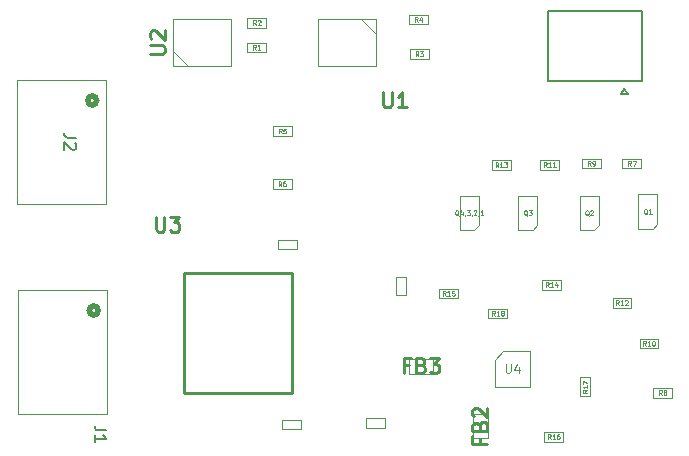
<source format=gbr>
%TF.GenerationSoftware,KiCad,Pcbnew,7.0.10*%
%TF.CreationDate,2024-04-30T20:07:41-04:00*%
%TF.ProjectId,FutekCircuit,46757465-6b43-4697-9263-7569742e6b69,rev?*%
%TF.SameCoordinates,Original*%
%TF.FileFunction,AssemblyDrawing,Top*%
%FSLAX46Y46*%
G04 Gerber Fmt 4.6, Leading zero omitted, Abs format (unit mm)*
G04 Created by KiCad (PCBNEW 7.0.10) date 2024-04-30 20:07:41*
%MOMM*%
%LPD*%
G01*
G04 APERTURE LIST*
%ADD10C,0.060000*%
%ADD11C,0.110000*%
%ADD12C,0.254000*%
%ADD13C,0.150000*%
%ADD14C,0.100000*%
%ADD15C,0.025400*%
%ADD16C,0.508000*%
%ADD17C,0.127000*%
G04 APERTURE END LIST*
D10*
X211611333Y-89335927D02*
X211478000Y-89145451D01*
X211382762Y-89335927D02*
X211382762Y-88935927D01*
X211382762Y-88935927D02*
X211535143Y-88935927D01*
X211535143Y-88935927D02*
X211573238Y-88954975D01*
X211573238Y-88954975D02*
X211592285Y-88974022D01*
X211592285Y-88974022D02*
X211611333Y-89012118D01*
X211611333Y-89012118D02*
X211611333Y-89069260D01*
X211611333Y-89069260D02*
X211592285Y-89107356D01*
X211592285Y-89107356D02*
X211573238Y-89126403D01*
X211573238Y-89126403D02*
X211535143Y-89145451D01*
X211535143Y-89145451D02*
X211382762Y-89145451D01*
X211801809Y-89335927D02*
X211878000Y-89335927D01*
X211878000Y-89335927D02*
X211916095Y-89316880D01*
X211916095Y-89316880D02*
X211935143Y-89297832D01*
X211935143Y-89297832D02*
X211973238Y-89240689D01*
X211973238Y-89240689D02*
X211992285Y-89164499D01*
X211992285Y-89164499D02*
X211992285Y-89012118D01*
X211992285Y-89012118D02*
X211973238Y-88974022D01*
X211973238Y-88974022D02*
X211954190Y-88954975D01*
X211954190Y-88954975D02*
X211916095Y-88935927D01*
X211916095Y-88935927D02*
X211839904Y-88935927D01*
X211839904Y-88935927D02*
X211801809Y-88954975D01*
X211801809Y-88954975D02*
X211782762Y-88974022D01*
X211782762Y-88974022D02*
X211763714Y-89012118D01*
X211763714Y-89012118D02*
X211763714Y-89107356D01*
X211763714Y-89107356D02*
X211782762Y-89145451D01*
X211782762Y-89145451D02*
X211801809Y-89164499D01*
X211801809Y-89164499D02*
X211839904Y-89183546D01*
X211839904Y-89183546D02*
X211916095Y-89183546D01*
X211916095Y-89183546D02*
X211954190Y-89164499D01*
X211954190Y-89164499D02*
X211973238Y-89145451D01*
X211973238Y-89145451D02*
X211992285Y-89107356D01*
X197037333Y-80064927D02*
X196904000Y-79874451D01*
X196808762Y-80064927D02*
X196808762Y-79664927D01*
X196808762Y-79664927D02*
X196961143Y-79664927D01*
X196961143Y-79664927D02*
X196999238Y-79683975D01*
X196999238Y-79683975D02*
X197018285Y-79703022D01*
X197018285Y-79703022D02*
X197037333Y-79741118D01*
X197037333Y-79741118D02*
X197037333Y-79798260D01*
X197037333Y-79798260D02*
X197018285Y-79836356D01*
X197018285Y-79836356D02*
X196999238Y-79855403D01*
X196999238Y-79855403D02*
X196961143Y-79874451D01*
X196961143Y-79874451D02*
X196808762Y-79874451D01*
X197170666Y-79664927D02*
X197418285Y-79664927D01*
X197418285Y-79664927D02*
X197284952Y-79817308D01*
X197284952Y-79817308D02*
X197342095Y-79817308D01*
X197342095Y-79817308D02*
X197380190Y-79836356D01*
X197380190Y-79836356D02*
X197399238Y-79855403D01*
X197399238Y-79855403D02*
X197418285Y-79893499D01*
X197418285Y-79893499D02*
X197418285Y-79988737D01*
X197418285Y-79988737D02*
X197399238Y-80026832D01*
X197399238Y-80026832D02*
X197380190Y-80045880D01*
X197380190Y-80045880D02*
X197342095Y-80064927D01*
X197342095Y-80064927D02*
X197227809Y-80064927D01*
X197227809Y-80064927D02*
X197189714Y-80045880D01*
X197189714Y-80045880D02*
X197170666Y-80026832D01*
X183295933Y-77423327D02*
X183162600Y-77232851D01*
X183067362Y-77423327D02*
X183067362Y-77023327D01*
X183067362Y-77023327D02*
X183219743Y-77023327D01*
X183219743Y-77023327D02*
X183257838Y-77042375D01*
X183257838Y-77042375D02*
X183276885Y-77061422D01*
X183276885Y-77061422D02*
X183295933Y-77099518D01*
X183295933Y-77099518D02*
X183295933Y-77156660D01*
X183295933Y-77156660D02*
X183276885Y-77194756D01*
X183276885Y-77194756D02*
X183257838Y-77213803D01*
X183257838Y-77213803D02*
X183219743Y-77232851D01*
X183219743Y-77232851D02*
X183067362Y-77232851D01*
X183448314Y-77061422D02*
X183467362Y-77042375D01*
X183467362Y-77042375D02*
X183505457Y-77023327D01*
X183505457Y-77023327D02*
X183600695Y-77023327D01*
X183600695Y-77023327D02*
X183638790Y-77042375D01*
X183638790Y-77042375D02*
X183657838Y-77061422D01*
X183657838Y-77061422D02*
X183676885Y-77099518D01*
X183676885Y-77099518D02*
X183676885Y-77137613D01*
X183676885Y-77137613D02*
X183657838Y-77194756D01*
X183657838Y-77194756D02*
X183429266Y-77423327D01*
X183429266Y-77423327D02*
X183676885Y-77423327D01*
D11*
X204415571Y-106128244D02*
X204415571Y-106735387D01*
X204415571Y-106735387D02*
X204451285Y-106806815D01*
X204451285Y-106806815D02*
X204487000Y-106842530D01*
X204487000Y-106842530D02*
X204558428Y-106878244D01*
X204558428Y-106878244D02*
X204701285Y-106878244D01*
X204701285Y-106878244D02*
X204772714Y-106842530D01*
X204772714Y-106842530D02*
X204808428Y-106806815D01*
X204808428Y-106806815D02*
X204844142Y-106735387D01*
X204844142Y-106735387D02*
X204844142Y-106128244D01*
X205522714Y-106378244D02*
X205522714Y-106878244D01*
X205344142Y-106092530D02*
X205165571Y-106628244D01*
X205165571Y-106628244D02*
X205629856Y-106628244D01*
D10*
X185429533Y-91063127D02*
X185296200Y-90872651D01*
X185200962Y-91063127D02*
X185200962Y-90663127D01*
X185200962Y-90663127D02*
X185353343Y-90663127D01*
X185353343Y-90663127D02*
X185391438Y-90682175D01*
X185391438Y-90682175D02*
X185410485Y-90701222D01*
X185410485Y-90701222D02*
X185429533Y-90739318D01*
X185429533Y-90739318D02*
X185429533Y-90796460D01*
X185429533Y-90796460D02*
X185410485Y-90834556D01*
X185410485Y-90834556D02*
X185391438Y-90853603D01*
X185391438Y-90853603D02*
X185353343Y-90872651D01*
X185353343Y-90872651D02*
X185200962Y-90872651D01*
X185772390Y-90663127D02*
X185696200Y-90663127D01*
X185696200Y-90663127D02*
X185658104Y-90682175D01*
X185658104Y-90682175D02*
X185639057Y-90701222D01*
X185639057Y-90701222D02*
X185600962Y-90758365D01*
X185600962Y-90758365D02*
X185581914Y-90834556D01*
X185581914Y-90834556D02*
X185581914Y-90986937D01*
X185581914Y-90986937D02*
X185600962Y-91025032D01*
X185600962Y-91025032D02*
X185620009Y-91044080D01*
X185620009Y-91044080D02*
X185658104Y-91063127D01*
X185658104Y-91063127D02*
X185734295Y-91063127D01*
X185734295Y-91063127D02*
X185772390Y-91044080D01*
X185772390Y-91044080D02*
X185791438Y-91025032D01*
X185791438Y-91025032D02*
X185810485Y-90986937D01*
X185810485Y-90986937D02*
X185810485Y-90891699D01*
X185810485Y-90891699D02*
X185791438Y-90853603D01*
X185791438Y-90853603D02*
X185772390Y-90834556D01*
X185772390Y-90834556D02*
X185734295Y-90815508D01*
X185734295Y-90815508D02*
X185658104Y-90815508D01*
X185658104Y-90815508D02*
X185620009Y-90834556D01*
X185620009Y-90834556D02*
X185600962Y-90853603D01*
X185600962Y-90853603D02*
X185581914Y-90891699D01*
D12*
X174805380Y-93645318D02*
X174805380Y-94673413D01*
X174805380Y-94673413D02*
X174865857Y-94794365D01*
X174865857Y-94794365D02*
X174926333Y-94854842D01*
X174926333Y-94854842D02*
X175047285Y-94915318D01*
X175047285Y-94915318D02*
X175289190Y-94915318D01*
X175289190Y-94915318D02*
X175410142Y-94854842D01*
X175410142Y-94854842D02*
X175470619Y-94794365D01*
X175470619Y-94794365D02*
X175531095Y-94673413D01*
X175531095Y-94673413D02*
X175531095Y-93645318D01*
X176014904Y-93645318D02*
X176801095Y-93645318D01*
X176801095Y-93645318D02*
X176377761Y-94129127D01*
X176377761Y-94129127D02*
X176559190Y-94129127D01*
X176559190Y-94129127D02*
X176680142Y-94189603D01*
X176680142Y-94189603D02*
X176740618Y-94250080D01*
X176740618Y-94250080D02*
X176801095Y-94371032D01*
X176801095Y-94371032D02*
X176801095Y-94673413D01*
X176801095Y-94673413D02*
X176740618Y-94794365D01*
X176740618Y-94794365D02*
X176680142Y-94854842D01*
X176680142Y-94854842D02*
X176559190Y-94915318D01*
X176559190Y-94915318D02*
X176196333Y-94915318D01*
X176196333Y-94915318D02*
X176075380Y-94854842D01*
X176075380Y-94854842D02*
X176014904Y-94794365D01*
D10*
X183264933Y-79506127D02*
X183131600Y-79315651D01*
X183036362Y-79506127D02*
X183036362Y-79106127D01*
X183036362Y-79106127D02*
X183188743Y-79106127D01*
X183188743Y-79106127D02*
X183226838Y-79125175D01*
X183226838Y-79125175D02*
X183245885Y-79144222D01*
X183245885Y-79144222D02*
X183264933Y-79182318D01*
X183264933Y-79182318D02*
X183264933Y-79239460D01*
X183264933Y-79239460D02*
X183245885Y-79277556D01*
X183245885Y-79277556D02*
X183226838Y-79296603D01*
X183226838Y-79296603D02*
X183188743Y-79315651D01*
X183188743Y-79315651D02*
X183036362Y-79315651D01*
X183645885Y-79506127D02*
X183417314Y-79506127D01*
X183531600Y-79506127D02*
X183531600Y-79106127D01*
X183531600Y-79106127D02*
X183493504Y-79163270D01*
X183493504Y-79163270D02*
X183455409Y-79201365D01*
X183455409Y-79201365D02*
X183417314Y-79220413D01*
D13*
X170623580Y-111731466D02*
X169909295Y-111731466D01*
X169909295Y-111731466D02*
X169766438Y-111683847D01*
X169766438Y-111683847D02*
X169671200Y-111588609D01*
X169671200Y-111588609D02*
X169623580Y-111445752D01*
X169623580Y-111445752D02*
X169623580Y-111350514D01*
X169623580Y-112731466D02*
X169623580Y-112160038D01*
X169623580Y-112445752D02*
X170623580Y-112445752D01*
X170623580Y-112445752D02*
X170480723Y-112350514D01*
X170480723Y-112350514D02*
X170385485Y-112255276D01*
X170385485Y-112255276D02*
X170337866Y-112160038D01*
D12*
X174304318Y-79879619D02*
X175332413Y-79879619D01*
X175332413Y-79879619D02*
X175453365Y-79819142D01*
X175453365Y-79819142D02*
X175513842Y-79758666D01*
X175513842Y-79758666D02*
X175574318Y-79637714D01*
X175574318Y-79637714D02*
X175574318Y-79395809D01*
X175574318Y-79395809D02*
X175513842Y-79274857D01*
X175513842Y-79274857D02*
X175453365Y-79214380D01*
X175453365Y-79214380D02*
X175332413Y-79153904D01*
X175332413Y-79153904D02*
X174304318Y-79153904D01*
X174425270Y-78609619D02*
X174364794Y-78549143D01*
X174364794Y-78549143D02*
X174304318Y-78428190D01*
X174304318Y-78428190D02*
X174304318Y-78125809D01*
X174304318Y-78125809D02*
X174364794Y-78004857D01*
X174364794Y-78004857D02*
X174425270Y-77944381D01*
X174425270Y-77944381D02*
X174546222Y-77883904D01*
X174546222Y-77883904D02*
X174667175Y-77883904D01*
X174667175Y-77883904D02*
X174848603Y-77944381D01*
X174848603Y-77944381D02*
X175574318Y-78670095D01*
X175574318Y-78670095D02*
X175574318Y-77883904D01*
D10*
X215040333Y-89335927D02*
X214907000Y-89145451D01*
X214811762Y-89335927D02*
X214811762Y-88935927D01*
X214811762Y-88935927D02*
X214964143Y-88935927D01*
X214964143Y-88935927D02*
X215002238Y-88954975D01*
X215002238Y-88954975D02*
X215021285Y-88974022D01*
X215021285Y-88974022D02*
X215040333Y-89012118D01*
X215040333Y-89012118D02*
X215040333Y-89069260D01*
X215040333Y-89069260D02*
X215021285Y-89107356D01*
X215021285Y-89107356D02*
X215002238Y-89126403D01*
X215002238Y-89126403D02*
X214964143Y-89145451D01*
X214964143Y-89145451D02*
X214811762Y-89145451D01*
X215173666Y-88935927D02*
X215440333Y-88935927D01*
X215440333Y-88935927D02*
X215268904Y-89335927D01*
X199336057Y-100334127D02*
X199202724Y-100143651D01*
X199107486Y-100334127D02*
X199107486Y-99934127D01*
X199107486Y-99934127D02*
X199259867Y-99934127D01*
X199259867Y-99934127D02*
X199297962Y-99953175D01*
X199297962Y-99953175D02*
X199317009Y-99972222D01*
X199317009Y-99972222D02*
X199336057Y-100010318D01*
X199336057Y-100010318D02*
X199336057Y-100067460D01*
X199336057Y-100067460D02*
X199317009Y-100105556D01*
X199317009Y-100105556D02*
X199297962Y-100124603D01*
X199297962Y-100124603D02*
X199259867Y-100143651D01*
X199259867Y-100143651D02*
X199107486Y-100143651D01*
X199717009Y-100334127D02*
X199488438Y-100334127D01*
X199602724Y-100334127D02*
X199602724Y-99934127D01*
X199602724Y-99934127D02*
X199564628Y-99991270D01*
X199564628Y-99991270D02*
X199526533Y-100029365D01*
X199526533Y-100029365D02*
X199488438Y-100048413D01*
X200078914Y-99934127D02*
X199888438Y-99934127D01*
X199888438Y-99934127D02*
X199869390Y-100124603D01*
X199869390Y-100124603D02*
X199888438Y-100105556D01*
X199888438Y-100105556D02*
X199926533Y-100086508D01*
X199926533Y-100086508D02*
X200021771Y-100086508D01*
X200021771Y-100086508D02*
X200059866Y-100105556D01*
X200059866Y-100105556D02*
X200078914Y-100124603D01*
X200078914Y-100124603D02*
X200097961Y-100162699D01*
X200097961Y-100162699D02*
X200097961Y-100257937D01*
X200097961Y-100257937D02*
X200078914Y-100296032D01*
X200078914Y-100296032D02*
X200059866Y-100315080D01*
X200059866Y-100315080D02*
X200021771Y-100334127D01*
X200021771Y-100334127D02*
X199926533Y-100334127D01*
X199926533Y-100334127D02*
X199888438Y-100315080D01*
X199888438Y-100315080D02*
X199869390Y-100296032D01*
D13*
X168058180Y-86986667D02*
X167343895Y-86986667D01*
X167343895Y-86986667D02*
X167201038Y-86939048D01*
X167201038Y-86939048D02*
X167105800Y-86843810D01*
X167105800Y-86843810D02*
X167058180Y-86700953D01*
X167058180Y-86700953D02*
X167058180Y-86605715D01*
X167962942Y-87415239D02*
X168010561Y-87462858D01*
X168010561Y-87462858D02*
X168058180Y-87558096D01*
X168058180Y-87558096D02*
X168058180Y-87796191D01*
X168058180Y-87796191D02*
X168010561Y-87891429D01*
X168010561Y-87891429D02*
X167962942Y-87939048D01*
X167962942Y-87939048D02*
X167867704Y-87986667D01*
X167867704Y-87986667D02*
X167772466Y-87986667D01*
X167772466Y-87986667D02*
X167629609Y-87939048D01*
X167629609Y-87939048D02*
X167058180Y-87367620D01*
X167058180Y-87367620D02*
X167058180Y-87986667D01*
D10*
X207883657Y-89437527D02*
X207750324Y-89247051D01*
X207655086Y-89437527D02*
X207655086Y-89037527D01*
X207655086Y-89037527D02*
X207807467Y-89037527D01*
X207807467Y-89037527D02*
X207845562Y-89056575D01*
X207845562Y-89056575D02*
X207864609Y-89075622D01*
X207864609Y-89075622D02*
X207883657Y-89113718D01*
X207883657Y-89113718D02*
X207883657Y-89170860D01*
X207883657Y-89170860D02*
X207864609Y-89208956D01*
X207864609Y-89208956D02*
X207845562Y-89228003D01*
X207845562Y-89228003D02*
X207807467Y-89247051D01*
X207807467Y-89247051D02*
X207655086Y-89247051D01*
X208264609Y-89437527D02*
X208036038Y-89437527D01*
X208150324Y-89437527D02*
X208150324Y-89037527D01*
X208150324Y-89037527D02*
X208112228Y-89094670D01*
X208112228Y-89094670D02*
X208074133Y-89132765D01*
X208074133Y-89132765D02*
X208036038Y-89151813D01*
X208645561Y-89437527D02*
X208416990Y-89437527D01*
X208531276Y-89437527D02*
X208531276Y-89037527D01*
X208531276Y-89037527D02*
X208493180Y-89094670D01*
X208493180Y-89094670D02*
X208455085Y-89132765D01*
X208455085Y-89132765D02*
X208416990Y-89151813D01*
X185454933Y-86592727D02*
X185321600Y-86402251D01*
X185226362Y-86592727D02*
X185226362Y-86192727D01*
X185226362Y-86192727D02*
X185378743Y-86192727D01*
X185378743Y-86192727D02*
X185416838Y-86211775D01*
X185416838Y-86211775D02*
X185435885Y-86230822D01*
X185435885Y-86230822D02*
X185454933Y-86268918D01*
X185454933Y-86268918D02*
X185454933Y-86326060D01*
X185454933Y-86326060D02*
X185435885Y-86364156D01*
X185435885Y-86364156D02*
X185416838Y-86383203D01*
X185416838Y-86383203D02*
X185378743Y-86402251D01*
X185378743Y-86402251D02*
X185226362Y-86402251D01*
X185816838Y-86192727D02*
X185626362Y-86192727D01*
X185626362Y-86192727D02*
X185607314Y-86383203D01*
X185607314Y-86383203D02*
X185626362Y-86364156D01*
X185626362Y-86364156D02*
X185664457Y-86345108D01*
X185664457Y-86345108D02*
X185759695Y-86345108D01*
X185759695Y-86345108D02*
X185797790Y-86364156D01*
X185797790Y-86364156D02*
X185816838Y-86383203D01*
X185816838Y-86383203D02*
X185835885Y-86421299D01*
X185835885Y-86421299D02*
X185835885Y-86516537D01*
X185835885Y-86516537D02*
X185816838Y-86554632D01*
X185816838Y-86554632D02*
X185797790Y-86573680D01*
X185797790Y-86573680D02*
X185759695Y-86592727D01*
X185759695Y-86592727D02*
X185664457Y-86592727D01*
X185664457Y-86592727D02*
X185626362Y-86573680D01*
X185626362Y-86573680D02*
X185607314Y-86554632D01*
X211332127Y-108320942D02*
X211141651Y-108454275D01*
X211332127Y-108549513D02*
X210932127Y-108549513D01*
X210932127Y-108549513D02*
X210932127Y-108397132D01*
X210932127Y-108397132D02*
X210951175Y-108359037D01*
X210951175Y-108359037D02*
X210970222Y-108339990D01*
X210970222Y-108339990D02*
X211008318Y-108320942D01*
X211008318Y-108320942D02*
X211065460Y-108320942D01*
X211065460Y-108320942D02*
X211103556Y-108339990D01*
X211103556Y-108339990D02*
X211122603Y-108359037D01*
X211122603Y-108359037D02*
X211141651Y-108397132D01*
X211141651Y-108397132D02*
X211141651Y-108549513D01*
X211332127Y-107939990D02*
X211332127Y-108168561D01*
X211332127Y-108054275D02*
X210932127Y-108054275D01*
X210932127Y-108054275D02*
X210989270Y-108092371D01*
X210989270Y-108092371D02*
X211027365Y-108130466D01*
X211027365Y-108130466D02*
X211046413Y-108168561D01*
X210932127Y-107806657D02*
X210932127Y-107539990D01*
X210932127Y-107539990D02*
X211332127Y-107711419D01*
X208060457Y-99597527D02*
X207927124Y-99407051D01*
X207831886Y-99597527D02*
X207831886Y-99197527D01*
X207831886Y-99197527D02*
X207984267Y-99197527D01*
X207984267Y-99197527D02*
X208022362Y-99216575D01*
X208022362Y-99216575D02*
X208041409Y-99235622D01*
X208041409Y-99235622D02*
X208060457Y-99273718D01*
X208060457Y-99273718D02*
X208060457Y-99330860D01*
X208060457Y-99330860D02*
X208041409Y-99368956D01*
X208041409Y-99368956D02*
X208022362Y-99388003D01*
X208022362Y-99388003D02*
X207984267Y-99407051D01*
X207984267Y-99407051D02*
X207831886Y-99407051D01*
X208441409Y-99597527D02*
X208212838Y-99597527D01*
X208327124Y-99597527D02*
X208327124Y-99197527D01*
X208327124Y-99197527D02*
X208289028Y-99254670D01*
X208289028Y-99254670D02*
X208250933Y-99292765D01*
X208250933Y-99292765D02*
X208212838Y-99311813D01*
X208784266Y-99330860D02*
X208784266Y-99597527D01*
X208689028Y-99178480D02*
X208593790Y-99464194D01*
X208593790Y-99464194D02*
X208841409Y-99464194D01*
X203501657Y-102035927D02*
X203368324Y-101845451D01*
X203273086Y-102035927D02*
X203273086Y-101635927D01*
X203273086Y-101635927D02*
X203425467Y-101635927D01*
X203425467Y-101635927D02*
X203463562Y-101654975D01*
X203463562Y-101654975D02*
X203482609Y-101674022D01*
X203482609Y-101674022D02*
X203501657Y-101712118D01*
X203501657Y-101712118D02*
X203501657Y-101769260D01*
X203501657Y-101769260D02*
X203482609Y-101807356D01*
X203482609Y-101807356D02*
X203463562Y-101826403D01*
X203463562Y-101826403D02*
X203425467Y-101845451D01*
X203425467Y-101845451D02*
X203273086Y-101845451D01*
X203882609Y-102035927D02*
X203654038Y-102035927D01*
X203768324Y-102035927D02*
X203768324Y-101635927D01*
X203768324Y-101635927D02*
X203730228Y-101693070D01*
X203730228Y-101693070D02*
X203692133Y-101731165D01*
X203692133Y-101731165D02*
X203654038Y-101750213D01*
X204111180Y-101807356D02*
X204073085Y-101788308D01*
X204073085Y-101788308D02*
X204054038Y-101769260D01*
X204054038Y-101769260D02*
X204034990Y-101731165D01*
X204034990Y-101731165D02*
X204034990Y-101712118D01*
X204034990Y-101712118D02*
X204054038Y-101674022D01*
X204054038Y-101674022D02*
X204073085Y-101654975D01*
X204073085Y-101654975D02*
X204111180Y-101635927D01*
X204111180Y-101635927D02*
X204187371Y-101635927D01*
X204187371Y-101635927D02*
X204225466Y-101654975D01*
X204225466Y-101654975D02*
X204244514Y-101674022D01*
X204244514Y-101674022D02*
X204263561Y-101712118D01*
X204263561Y-101712118D02*
X204263561Y-101731165D01*
X204263561Y-101731165D02*
X204244514Y-101769260D01*
X204244514Y-101769260D02*
X204225466Y-101788308D01*
X204225466Y-101788308D02*
X204187371Y-101807356D01*
X204187371Y-101807356D02*
X204111180Y-101807356D01*
X204111180Y-101807356D02*
X204073085Y-101826403D01*
X204073085Y-101826403D02*
X204054038Y-101845451D01*
X204054038Y-101845451D02*
X204034990Y-101883546D01*
X204034990Y-101883546D02*
X204034990Y-101959737D01*
X204034990Y-101959737D02*
X204054038Y-101997832D01*
X204054038Y-101997832D02*
X204073085Y-102016880D01*
X204073085Y-102016880D02*
X204111180Y-102035927D01*
X204111180Y-102035927D02*
X204187371Y-102035927D01*
X204187371Y-102035927D02*
X204225466Y-102016880D01*
X204225466Y-102016880D02*
X204244514Y-101997832D01*
X204244514Y-101997832D02*
X204263561Y-101959737D01*
X204263561Y-101959737D02*
X204263561Y-101883546D01*
X204263561Y-101883546D02*
X204244514Y-101845451D01*
X204244514Y-101845451D02*
X204225466Y-101826403D01*
X204225466Y-101826403D02*
X204187371Y-101807356D01*
D12*
X196198067Y-106233480D02*
X195774733Y-106233480D01*
X195774733Y-106898718D02*
X195774733Y-105628718D01*
X195774733Y-105628718D02*
X196379495Y-105628718D01*
X197286638Y-106233480D02*
X197468066Y-106293956D01*
X197468066Y-106293956D02*
X197528543Y-106354432D01*
X197528543Y-106354432D02*
X197589019Y-106475384D01*
X197589019Y-106475384D02*
X197589019Y-106656813D01*
X197589019Y-106656813D02*
X197528543Y-106777765D01*
X197528543Y-106777765D02*
X197468066Y-106838242D01*
X197468066Y-106838242D02*
X197347114Y-106898718D01*
X197347114Y-106898718D02*
X196863304Y-106898718D01*
X196863304Y-106898718D02*
X196863304Y-105628718D01*
X196863304Y-105628718D02*
X197286638Y-105628718D01*
X197286638Y-105628718D02*
X197407590Y-105689194D01*
X197407590Y-105689194D02*
X197468066Y-105749670D01*
X197468066Y-105749670D02*
X197528543Y-105870622D01*
X197528543Y-105870622D02*
X197528543Y-105991575D01*
X197528543Y-105991575D02*
X197468066Y-106112527D01*
X197468066Y-106112527D02*
X197407590Y-106173003D01*
X197407590Y-106173003D02*
X197286638Y-106233480D01*
X197286638Y-106233480D02*
X196863304Y-106233480D01*
X198012352Y-105628718D02*
X198798543Y-105628718D01*
X198798543Y-105628718D02*
X198375209Y-106112527D01*
X198375209Y-106112527D02*
X198556638Y-106112527D01*
X198556638Y-106112527D02*
X198677590Y-106173003D01*
X198677590Y-106173003D02*
X198738066Y-106233480D01*
X198738066Y-106233480D02*
X198798543Y-106354432D01*
X198798543Y-106354432D02*
X198798543Y-106656813D01*
X198798543Y-106656813D02*
X198738066Y-106777765D01*
X198738066Y-106777765D02*
X198677590Y-106838242D01*
X198677590Y-106838242D02*
X198556638Y-106898718D01*
X198556638Y-106898718D02*
X198193781Y-106898718D01*
X198193781Y-106898718D02*
X198072828Y-106838242D01*
X198072828Y-106838242D02*
X198012352Y-106777765D01*
D10*
X208238257Y-112475327D02*
X208104924Y-112284851D01*
X208009686Y-112475327D02*
X208009686Y-112075327D01*
X208009686Y-112075327D02*
X208162067Y-112075327D01*
X208162067Y-112075327D02*
X208200162Y-112094375D01*
X208200162Y-112094375D02*
X208219209Y-112113422D01*
X208219209Y-112113422D02*
X208238257Y-112151518D01*
X208238257Y-112151518D02*
X208238257Y-112208660D01*
X208238257Y-112208660D02*
X208219209Y-112246756D01*
X208219209Y-112246756D02*
X208200162Y-112265803D01*
X208200162Y-112265803D02*
X208162067Y-112284851D01*
X208162067Y-112284851D02*
X208009686Y-112284851D01*
X208619209Y-112475327D02*
X208390638Y-112475327D01*
X208504924Y-112475327D02*
X208504924Y-112075327D01*
X208504924Y-112075327D02*
X208466828Y-112132470D01*
X208466828Y-112132470D02*
X208428733Y-112170565D01*
X208428733Y-112170565D02*
X208390638Y-112189613D01*
X208962066Y-112075327D02*
X208885876Y-112075327D01*
X208885876Y-112075327D02*
X208847780Y-112094375D01*
X208847780Y-112094375D02*
X208828733Y-112113422D01*
X208828733Y-112113422D02*
X208790638Y-112170565D01*
X208790638Y-112170565D02*
X208771590Y-112246756D01*
X208771590Y-112246756D02*
X208771590Y-112399137D01*
X208771590Y-112399137D02*
X208790638Y-112437232D01*
X208790638Y-112437232D02*
X208809685Y-112456280D01*
X208809685Y-112456280D02*
X208847780Y-112475327D01*
X208847780Y-112475327D02*
X208923971Y-112475327D01*
X208923971Y-112475327D02*
X208962066Y-112456280D01*
X208962066Y-112456280D02*
X208981114Y-112437232D01*
X208981114Y-112437232D02*
X209000161Y-112399137D01*
X209000161Y-112399137D02*
X209000161Y-112303899D01*
X209000161Y-112303899D02*
X208981114Y-112265803D01*
X208981114Y-112265803D02*
X208962066Y-112246756D01*
X208962066Y-112246756D02*
X208923971Y-112227708D01*
X208923971Y-112227708D02*
X208847780Y-112227708D01*
X208847780Y-112227708D02*
X208809685Y-112246756D01*
X208809685Y-112246756D02*
X208790638Y-112265803D01*
X208790638Y-112265803D02*
X208771590Y-112303899D01*
X216297657Y-104575927D02*
X216164324Y-104385451D01*
X216069086Y-104575927D02*
X216069086Y-104175927D01*
X216069086Y-104175927D02*
X216221467Y-104175927D01*
X216221467Y-104175927D02*
X216259562Y-104194975D01*
X216259562Y-104194975D02*
X216278609Y-104214022D01*
X216278609Y-104214022D02*
X216297657Y-104252118D01*
X216297657Y-104252118D02*
X216297657Y-104309260D01*
X216297657Y-104309260D02*
X216278609Y-104347356D01*
X216278609Y-104347356D02*
X216259562Y-104366403D01*
X216259562Y-104366403D02*
X216221467Y-104385451D01*
X216221467Y-104385451D02*
X216069086Y-104385451D01*
X216678609Y-104575927D02*
X216450038Y-104575927D01*
X216564324Y-104575927D02*
X216564324Y-104175927D01*
X216564324Y-104175927D02*
X216526228Y-104233070D01*
X216526228Y-104233070D02*
X216488133Y-104271165D01*
X216488133Y-104271165D02*
X216450038Y-104290213D01*
X216926228Y-104175927D02*
X216964323Y-104175927D01*
X216964323Y-104175927D02*
X217002419Y-104194975D01*
X217002419Y-104194975D02*
X217021466Y-104214022D01*
X217021466Y-104214022D02*
X217040514Y-104252118D01*
X217040514Y-104252118D02*
X217059561Y-104328308D01*
X217059561Y-104328308D02*
X217059561Y-104423546D01*
X217059561Y-104423546D02*
X217040514Y-104499737D01*
X217040514Y-104499737D02*
X217021466Y-104537832D01*
X217021466Y-104537832D02*
X217002419Y-104556880D01*
X217002419Y-104556880D02*
X216964323Y-104575927D01*
X216964323Y-104575927D02*
X216926228Y-104575927D01*
X216926228Y-104575927D02*
X216888133Y-104556880D01*
X216888133Y-104556880D02*
X216869085Y-104537832D01*
X216869085Y-104537832D02*
X216850038Y-104499737D01*
X216850038Y-104499737D02*
X216830990Y-104423546D01*
X216830990Y-104423546D02*
X216830990Y-104328308D01*
X216830990Y-104328308D02*
X216850038Y-104252118D01*
X216850038Y-104252118D02*
X216869085Y-104214022D01*
X216869085Y-104214022D02*
X216888133Y-104194975D01*
X216888133Y-104194975D02*
X216926228Y-104175927D01*
X214011657Y-101121527D02*
X213878324Y-100931051D01*
X213783086Y-101121527D02*
X213783086Y-100721527D01*
X213783086Y-100721527D02*
X213935467Y-100721527D01*
X213935467Y-100721527D02*
X213973562Y-100740575D01*
X213973562Y-100740575D02*
X213992609Y-100759622D01*
X213992609Y-100759622D02*
X214011657Y-100797718D01*
X214011657Y-100797718D02*
X214011657Y-100854860D01*
X214011657Y-100854860D02*
X213992609Y-100892956D01*
X213992609Y-100892956D02*
X213973562Y-100912003D01*
X213973562Y-100912003D02*
X213935467Y-100931051D01*
X213935467Y-100931051D02*
X213783086Y-100931051D01*
X214392609Y-101121527D02*
X214164038Y-101121527D01*
X214278324Y-101121527D02*
X214278324Y-100721527D01*
X214278324Y-100721527D02*
X214240228Y-100778670D01*
X214240228Y-100778670D02*
X214202133Y-100816765D01*
X214202133Y-100816765D02*
X214164038Y-100835813D01*
X214544990Y-100759622D02*
X214564038Y-100740575D01*
X214564038Y-100740575D02*
X214602133Y-100721527D01*
X214602133Y-100721527D02*
X214697371Y-100721527D01*
X214697371Y-100721527D02*
X214735466Y-100740575D01*
X214735466Y-100740575D02*
X214754514Y-100759622D01*
X214754514Y-100759622D02*
X214773561Y-100797718D01*
X214773561Y-100797718D02*
X214773561Y-100835813D01*
X214773561Y-100835813D02*
X214754514Y-100892956D01*
X214754514Y-100892956D02*
X214525942Y-101121527D01*
X214525942Y-101121527D02*
X214773561Y-101121527D01*
X217656533Y-108741527D02*
X217523200Y-108551051D01*
X217427962Y-108741527D02*
X217427962Y-108341527D01*
X217427962Y-108341527D02*
X217580343Y-108341527D01*
X217580343Y-108341527D02*
X217618438Y-108360575D01*
X217618438Y-108360575D02*
X217637485Y-108379622D01*
X217637485Y-108379622D02*
X217656533Y-108417718D01*
X217656533Y-108417718D02*
X217656533Y-108474860D01*
X217656533Y-108474860D02*
X217637485Y-108512956D01*
X217637485Y-108512956D02*
X217618438Y-108532003D01*
X217618438Y-108532003D02*
X217580343Y-108551051D01*
X217580343Y-108551051D02*
X217427962Y-108551051D01*
X217885104Y-108512956D02*
X217847009Y-108493908D01*
X217847009Y-108493908D02*
X217827962Y-108474860D01*
X217827962Y-108474860D02*
X217808914Y-108436765D01*
X217808914Y-108436765D02*
X217808914Y-108417718D01*
X217808914Y-108417718D02*
X217827962Y-108379622D01*
X217827962Y-108379622D02*
X217847009Y-108360575D01*
X217847009Y-108360575D02*
X217885104Y-108341527D01*
X217885104Y-108341527D02*
X217961295Y-108341527D01*
X217961295Y-108341527D02*
X217999390Y-108360575D01*
X217999390Y-108360575D02*
X218018438Y-108379622D01*
X218018438Y-108379622D02*
X218037485Y-108417718D01*
X218037485Y-108417718D02*
X218037485Y-108436765D01*
X218037485Y-108436765D02*
X218018438Y-108474860D01*
X218018438Y-108474860D02*
X217999390Y-108493908D01*
X217999390Y-108493908D02*
X217961295Y-108512956D01*
X217961295Y-108512956D02*
X217885104Y-108512956D01*
X217885104Y-108512956D02*
X217847009Y-108532003D01*
X217847009Y-108532003D02*
X217827962Y-108551051D01*
X217827962Y-108551051D02*
X217808914Y-108589146D01*
X217808914Y-108589146D02*
X217808914Y-108665337D01*
X217808914Y-108665337D02*
X217827962Y-108703432D01*
X217827962Y-108703432D02*
X217847009Y-108722480D01*
X217847009Y-108722480D02*
X217885104Y-108741527D01*
X217885104Y-108741527D02*
X217961295Y-108741527D01*
X217961295Y-108741527D02*
X217999390Y-108722480D01*
X217999390Y-108722480D02*
X218018438Y-108703432D01*
X218018438Y-108703432D02*
X218037485Y-108665337D01*
X218037485Y-108665337D02*
X218037485Y-108589146D01*
X218037485Y-108589146D02*
X218018438Y-108551051D01*
X218018438Y-108551051D02*
X217999390Y-108532003D01*
X217999390Y-108532003D02*
X217961295Y-108512956D01*
X196973333Y-77143927D02*
X196840000Y-76953451D01*
X196744762Y-77143927D02*
X196744762Y-76743927D01*
X196744762Y-76743927D02*
X196897143Y-76743927D01*
X196897143Y-76743927D02*
X196935238Y-76762975D01*
X196935238Y-76762975D02*
X196954285Y-76782022D01*
X196954285Y-76782022D02*
X196973333Y-76820118D01*
X196973333Y-76820118D02*
X196973333Y-76877260D01*
X196973333Y-76877260D02*
X196954285Y-76915356D01*
X196954285Y-76915356D02*
X196935238Y-76934403D01*
X196935238Y-76934403D02*
X196897143Y-76953451D01*
X196897143Y-76953451D02*
X196744762Y-76953451D01*
X197316190Y-76877260D02*
X197316190Y-77143927D01*
X197220952Y-76724880D02*
X197125714Y-77010594D01*
X197125714Y-77010594D02*
X197373333Y-77010594D01*
X200448262Y-93565022D02*
X200410167Y-93545975D01*
X200410167Y-93545975D02*
X200372072Y-93507880D01*
X200372072Y-93507880D02*
X200314929Y-93450737D01*
X200314929Y-93450737D02*
X200276834Y-93431689D01*
X200276834Y-93431689D02*
X200238738Y-93431689D01*
X200257786Y-93526927D02*
X200219691Y-93507880D01*
X200219691Y-93507880D02*
X200181596Y-93469784D01*
X200181596Y-93469784D02*
X200162548Y-93393594D01*
X200162548Y-93393594D02*
X200162548Y-93260260D01*
X200162548Y-93260260D02*
X200181596Y-93184070D01*
X200181596Y-93184070D02*
X200219691Y-93145975D01*
X200219691Y-93145975D02*
X200257786Y-93126927D01*
X200257786Y-93126927D02*
X200333977Y-93126927D01*
X200333977Y-93126927D02*
X200372072Y-93145975D01*
X200372072Y-93145975D02*
X200410167Y-93184070D01*
X200410167Y-93184070D02*
X200429215Y-93260260D01*
X200429215Y-93260260D02*
X200429215Y-93393594D01*
X200429215Y-93393594D02*
X200410167Y-93469784D01*
X200410167Y-93469784D02*
X200372072Y-93507880D01*
X200372072Y-93507880D02*
X200333977Y-93526927D01*
X200333977Y-93526927D02*
X200257786Y-93526927D01*
X200772072Y-93260260D02*
X200772072Y-93526927D01*
X200676834Y-93107880D02*
X200581596Y-93393594D01*
X200581596Y-93393594D02*
X200829215Y-93393594D01*
X201000643Y-93507880D02*
X201000643Y-93526927D01*
X201000643Y-93526927D02*
X200981596Y-93565022D01*
X200981596Y-93565022D02*
X200962548Y-93584070D01*
X201133976Y-93126927D02*
X201381595Y-93126927D01*
X201381595Y-93126927D02*
X201248262Y-93279308D01*
X201248262Y-93279308D02*
X201305405Y-93279308D01*
X201305405Y-93279308D02*
X201343500Y-93298356D01*
X201343500Y-93298356D02*
X201362548Y-93317403D01*
X201362548Y-93317403D02*
X201381595Y-93355499D01*
X201381595Y-93355499D02*
X201381595Y-93450737D01*
X201381595Y-93450737D02*
X201362548Y-93488832D01*
X201362548Y-93488832D02*
X201343500Y-93507880D01*
X201343500Y-93507880D02*
X201305405Y-93526927D01*
X201305405Y-93526927D02*
X201191119Y-93526927D01*
X201191119Y-93526927D02*
X201153024Y-93507880D01*
X201153024Y-93507880D02*
X201133976Y-93488832D01*
X201572071Y-93507880D02*
X201572071Y-93526927D01*
X201572071Y-93526927D02*
X201553024Y-93565022D01*
X201553024Y-93565022D02*
X201533976Y-93584070D01*
X201724452Y-93165022D02*
X201743500Y-93145975D01*
X201743500Y-93145975D02*
X201781595Y-93126927D01*
X201781595Y-93126927D02*
X201876833Y-93126927D01*
X201876833Y-93126927D02*
X201914928Y-93145975D01*
X201914928Y-93145975D02*
X201933976Y-93165022D01*
X201933976Y-93165022D02*
X201953023Y-93203118D01*
X201953023Y-93203118D02*
X201953023Y-93241213D01*
X201953023Y-93241213D02*
X201933976Y-93298356D01*
X201933976Y-93298356D02*
X201705404Y-93526927D01*
X201705404Y-93526927D02*
X201953023Y-93526927D01*
X202143499Y-93507880D02*
X202143499Y-93526927D01*
X202143499Y-93526927D02*
X202124452Y-93565022D01*
X202124452Y-93565022D02*
X202105404Y-93584070D01*
X202524451Y-93526927D02*
X202295880Y-93526927D01*
X202410166Y-93526927D02*
X202410166Y-93126927D01*
X202410166Y-93126927D02*
X202372070Y-93184070D01*
X202372070Y-93184070D02*
X202333975Y-93222165D01*
X202333975Y-93222165D02*
X202295880Y-93241213D01*
X211465404Y-93565022D02*
X211427309Y-93545975D01*
X211427309Y-93545975D02*
X211389214Y-93507880D01*
X211389214Y-93507880D02*
X211332071Y-93450737D01*
X211332071Y-93450737D02*
X211293976Y-93431689D01*
X211293976Y-93431689D02*
X211255880Y-93431689D01*
X211274928Y-93526927D02*
X211236833Y-93507880D01*
X211236833Y-93507880D02*
X211198738Y-93469784D01*
X211198738Y-93469784D02*
X211179690Y-93393594D01*
X211179690Y-93393594D02*
X211179690Y-93260260D01*
X211179690Y-93260260D02*
X211198738Y-93184070D01*
X211198738Y-93184070D02*
X211236833Y-93145975D01*
X211236833Y-93145975D02*
X211274928Y-93126927D01*
X211274928Y-93126927D02*
X211351119Y-93126927D01*
X211351119Y-93126927D02*
X211389214Y-93145975D01*
X211389214Y-93145975D02*
X211427309Y-93184070D01*
X211427309Y-93184070D02*
X211446357Y-93260260D01*
X211446357Y-93260260D02*
X211446357Y-93393594D01*
X211446357Y-93393594D02*
X211427309Y-93469784D01*
X211427309Y-93469784D02*
X211389214Y-93507880D01*
X211389214Y-93507880D02*
X211351119Y-93526927D01*
X211351119Y-93526927D02*
X211274928Y-93526927D01*
X211598738Y-93165022D02*
X211617786Y-93145975D01*
X211617786Y-93145975D02*
X211655881Y-93126927D01*
X211655881Y-93126927D02*
X211751119Y-93126927D01*
X211751119Y-93126927D02*
X211789214Y-93145975D01*
X211789214Y-93145975D02*
X211808262Y-93165022D01*
X211808262Y-93165022D02*
X211827309Y-93203118D01*
X211827309Y-93203118D02*
X211827309Y-93241213D01*
X211827309Y-93241213D02*
X211808262Y-93298356D01*
X211808262Y-93298356D02*
X211579690Y-93526927D01*
X211579690Y-93526927D02*
X211827309Y-93526927D01*
X216418404Y-93438022D02*
X216380309Y-93418975D01*
X216380309Y-93418975D02*
X216342214Y-93380880D01*
X216342214Y-93380880D02*
X216285071Y-93323737D01*
X216285071Y-93323737D02*
X216246976Y-93304689D01*
X216246976Y-93304689D02*
X216208880Y-93304689D01*
X216227928Y-93399927D02*
X216189833Y-93380880D01*
X216189833Y-93380880D02*
X216151738Y-93342784D01*
X216151738Y-93342784D02*
X216132690Y-93266594D01*
X216132690Y-93266594D02*
X216132690Y-93133260D01*
X216132690Y-93133260D02*
X216151738Y-93057070D01*
X216151738Y-93057070D02*
X216189833Y-93018975D01*
X216189833Y-93018975D02*
X216227928Y-92999927D01*
X216227928Y-92999927D02*
X216304119Y-92999927D01*
X216304119Y-92999927D02*
X216342214Y-93018975D01*
X216342214Y-93018975D02*
X216380309Y-93057070D01*
X216380309Y-93057070D02*
X216399357Y-93133260D01*
X216399357Y-93133260D02*
X216399357Y-93266594D01*
X216399357Y-93266594D02*
X216380309Y-93342784D01*
X216380309Y-93342784D02*
X216342214Y-93380880D01*
X216342214Y-93380880D02*
X216304119Y-93399927D01*
X216304119Y-93399927D02*
X216227928Y-93399927D01*
X216780309Y-93399927D02*
X216551738Y-93399927D01*
X216666024Y-93399927D02*
X216666024Y-92999927D01*
X216666024Y-92999927D02*
X216627928Y-93057070D01*
X216627928Y-93057070D02*
X216589833Y-93095165D01*
X216589833Y-93095165D02*
X216551738Y-93114213D01*
X203800857Y-89462927D02*
X203667524Y-89272451D01*
X203572286Y-89462927D02*
X203572286Y-89062927D01*
X203572286Y-89062927D02*
X203724667Y-89062927D01*
X203724667Y-89062927D02*
X203762762Y-89081975D01*
X203762762Y-89081975D02*
X203781809Y-89101022D01*
X203781809Y-89101022D02*
X203800857Y-89139118D01*
X203800857Y-89139118D02*
X203800857Y-89196260D01*
X203800857Y-89196260D02*
X203781809Y-89234356D01*
X203781809Y-89234356D02*
X203762762Y-89253403D01*
X203762762Y-89253403D02*
X203724667Y-89272451D01*
X203724667Y-89272451D02*
X203572286Y-89272451D01*
X204181809Y-89462927D02*
X203953238Y-89462927D01*
X204067524Y-89462927D02*
X204067524Y-89062927D01*
X204067524Y-89062927D02*
X204029428Y-89120070D01*
X204029428Y-89120070D02*
X203991333Y-89158165D01*
X203991333Y-89158165D02*
X203953238Y-89177213D01*
X204315142Y-89062927D02*
X204562761Y-89062927D01*
X204562761Y-89062927D02*
X204429428Y-89215308D01*
X204429428Y-89215308D02*
X204486571Y-89215308D01*
X204486571Y-89215308D02*
X204524666Y-89234356D01*
X204524666Y-89234356D02*
X204543714Y-89253403D01*
X204543714Y-89253403D02*
X204562761Y-89291499D01*
X204562761Y-89291499D02*
X204562761Y-89386737D01*
X204562761Y-89386737D02*
X204543714Y-89424832D01*
X204543714Y-89424832D02*
X204524666Y-89443880D01*
X204524666Y-89443880D02*
X204486571Y-89462927D01*
X204486571Y-89462927D02*
X204372285Y-89462927D01*
X204372285Y-89462927D02*
X204334190Y-89443880D01*
X204334190Y-89443880D02*
X204315142Y-89424832D01*
X206258404Y-93565022D02*
X206220309Y-93545975D01*
X206220309Y-93545975D02*
X206182214Y-93507880D01*
X206182214Y-93507880D02*
X206125071Y-93450737D01*
X206125071Y-93450737D02*
X206086976Y-93431689D01*
X206086976Y-93431689D02*
X206048880Y-93431689D01*
X206067928Y-93526927D02*
X206029833Y-93507880D01*
X206029833Y-93507880D02*
X205991738Y-93469784D01*
X205991738Y-93469784D02*
X205972690Y-93393594D01*
X205972690Y-93393594D02*
X205972690Y-93260260D01*
X205972690Y-93260260D02*
X205991738Y-93184070D01*
X205991738Y-93184070D02*
X206029833Y-93145975D01*
X206029833Y-93145975D02*
X206067928Y-93126927D01*
X206067928Y-93126927D02*
X206144119Y-93126927D01*
X206144119Y-93126927D02*
X206182214Y-93145975D01*
X206182214Y-93145975D02*
X206220309Y-93184070D01*
X206220309Y-93184070D02*
X206239357Y-93260260D01*
X206239357Y-93260260D02*
X206239357Y-93393594D01*
X206239357Y-93393594D02*
X206220309Y-93469784D01*
X206220309Y-93469784D02*
X206182214Y-93507880D01*
X206182214Y-93507880D02*
X206144119Y-93526927D01*
X206144119Y-93526927D02*
X206067928Y-93526927D01*
X206372690Y-93126927D02*
X206620309Y-93126927D01*
X206620309Y-93126927D02*
X206486976Y-93279308D01*
X206486976Y-93279308D02*
X206544119Y-93279308D01*
X206544119Y-93279308D02*
X206582214Y-93298356D01*
X206582214Y-93298356D02*
X206601262Y-93317403D01*
X206601262Y-93317403D02*
X206620309Y-93355499D01*
X206620309Y-93355499D02*
X206620309Y-93450737D01*
X206620309Y-93450737D02*
X206601262Y-93488832D01*
X206601262Y-93488832D02*
X206582214Y-93507880D01*
X206582214Y-93507880D02*
X206544119Y-93526927D01*
X206544119Y-93526927D02*
X206429833Y-93526927D01*
X206429833Y-93526927D02*
X206391738Y-93507880D01*
X206391738Y-93507880D02*
X206372690Y-93488832D01*
D12*
X194032380Y-83124318D02*
X194032380Y-84152413D01*
X194032380Y-84152413D02*
X194092857Y-84273365D01*
X194092857Y-84273365D02*
X194153333Y-84333842D01*
X194153333Y-84333842D02*
X194274285Y-84394318D01*
X194274285Y-84394318D02*
X194516190Y-84394318D01*
X194516190Y-84394318D02*
X194637142Y-84333842D01*
X194637142Y-84333842D02*
X194697619Y-84273365D01*
X194697619Y-84273365D02*
X194758095Y-84152413D01*
X194758095Y-84152413D02*
X194758095Y-83124318D01*
X196028095Y-84394318D02*
X195302380Y-84394318D01*
X195665237Y-84394318D02*
X195665237Y-83124318D01*
X195665237Y-83124318D02*
X195544285Y-83305746D01*
X195544285Y-83305746D02*
X195423333Y-83426699D01*
X195423333Y-83426699D02*
X195302380Y-83487175D01*
X202220080Y-112448332D02*
X202220080Y-112871666D01*
X202885318Y-112871666D02*
X201615318Y-112871666D01*
X201615318Y-112871666D02*
X201615318Y-112266904D01*
X202220080Y-111359761D02*
X202280556Y-111178333D01*
X202280556Y-111178333D02*
X202341032Y-111117856D01*
X202341032Y-111117856D02*
X202461984Y-111057380D01*
X202461984Y-111057380D02*
X202643413Y-111057380D01*
X202643413Y-111057380D02*
X202764365Y-111117856D01*
X202764365Y-111117856D02*
X202824842Y-111178333D01*
X202824842Y-111178333D02*
X202885318Y-111299285D01*
X202885318Y-111299285D02*
X202885318Y-111783095D01*
X202885318Y-111783095D02*
X201615318Y-111783095D01*
X201615318Y-111783095D02*
X201615318Y-111359761D01*
X201615318Y-111359761D02*
X201675794Y-111238809D01*
X201675794Y-111238809D02*
X201736270Y-111178333D01*
X201736270Y-111178333D02*
X201857222Y-111117856D01*
X201857222Y-111117856D02*
X201978175Y-111117856D01*
X201978175Y-111117856D02*
X202099127Y-111178333D01*
X202099127Y-111178333D02*
X202159603Y-111238809D01*
X202159603Y-111238809D02*
X202220080Y-111359761D01*
X202220080Y-111359761D02*
X202220080Y-111783095D01*
X201736270Y-110573571D02*
X201675794Y-110513095D01*
X201675794Y-110513095D02*
X201615318Y-110392142D01*
X201615318Y-110392142D02*
X201615318Y-110089761D01*
X201615318Y-110089761D02*
X201675794Y-109968809D01*
X201675794Y-109968809D02*
X201736270Y-109908333D01*
X201736270Y-109908333D02*
X201857222Y-109847856D01*
X201857222Y-109847856D02*
X201978175Y-109847856D01*
X201978175Y-109847856D02*
X202159603Y-109908333D01*
X202159603Y-109908333D02*
X202885318Y-110634047D01*
X202885318Y-110634047D02*
X202885318Y-109847856D01*
D14*
%TO.C,R9*%
X210878000Y-88741500D02*
X212478000Y-88741500D01*
X210878000Y-89566500D02*
X210878000Y-88741500D01*
X212478000Y-88741500D02*
X212478000Y-89566500D01*
X212478000Y-89566500D02*
X210878000Y-89566500D01*
%TO.C,R3*%
X196304000Y-79470500D02*
X197904000Y-79470500D01*
X196304000Y-80295500D02*
X196304000Y-79470500D01*
X197904000Y-79470500D02*
X197904000Y-80295500D01*
X197904000Y-80295500D02*
X196304000Y-80295500D01*
%TO.C,R2*%
X182562600Y-76828900D02*
X184162600Y-76828900D01*
X182562600Y-77653900D02*
X182562600Y-76828900D01*
X184162600Y-76828900D02*
X184162600Y-77653900D01*
X184162600Y-77653900D02*
X182562600Y-77653900D01*
%TO.C,U4*%
X203487000Y-105787000D02*
X204237000Y-105037000D01*
X203487000Y-108037000D02*
X203487000Y-105787000D01*
X204237000Y-105037000D02*
X206487000Y-105037000D01*
X206487000Y-105037000D02*
X206487000Y-108037000D01*
X206487000Y-108037000D02*
X203487000Y-108037000D01*
%TO.C,R6*%
X186296200Y-91293700D02*
X184696200Y-91293700D01*
X186296200Y-90468700D02*
X186296200Y-91293700D01*
X184696200Y-91293700D02*
X184696200Y-90468700D01*
X184696200Y-90468700D02*
X186296200Y-90468700D01*
D12*
%TO.C,U3*%
X177164000Y-98405000D02*
X186314000Y-98405000D01*
X177164000Y-108605000D02*
X177164000Y-98405000D01*
X186314000Y-98405000D02*
X186314000Y-108605000D01*
X186314000Y-108605000D02*
X177164000Y-108605000D01*
D14*
%TO.C,R1*%
X182531600Y-78911700D02*
X184131600Y-78911700D01*
X182531600Y-79736700D02*
X182531600Y-78911700D01*
X184131600Y-78911700D02*
X184131600Y-79736700D01*
X184131600Y-79736700D02*
X182531600Y-79736700D01*
D15*
%TO.C,J1*%
X170689999Y-99850001D02*
X163139999Y-99850001D01*
X163139999Y-99850001D02*
X163139999Y-110350000D01*
X170689999Y-110350000D02*
X170689999Y-99850001D01*
X163139999Y-110350000D02*
X170689999Y-110350000D01*
D16*
X169926000Y-101600000D02*
G75*
G03*
X169164000Y-101600000I-381000J0D01*
G01*
X169164000Y-101600000D02*
G75*
G03*
X169926000Y-101600000I381000J0D01*
G01*
D14*
%TO.C,C2*%
X194221000Y-111525000D02*
X192621000Y-111525000D01*
X194221000Y-110725000D02*
X194221000Y-111525000D01*
X192621000Y-111525000D02*
X192621000Y-110725000D01*
X192621000Y-110725000D02*
X194221000Y-110725000D01*
%TO.C,U2*%
X176239000Y-80862000D02*
X176239000Y-76962000D01*
X177509000Y-80862000D02*
X176239000Y-79592000D01*
X181139000Y-80862000D02*
X176239000Y-80862000D01*
X176239000Y-76962000D02*
X181139000Y-76962000D01*
X181139000Y-76962000D02*
X181139000Y-80862000D01*
%TO.C,R7*%
X214307000Y-88741500D02*
X215907000Y-88741500D01*
X214307000Y-89566500D02*
X214307000Y-88741500D01*
X215907000Y-88741500D02*
X215907000Y-89566500D01*
X215907000Y-89566500D02*
X214307000Y-89566500D01*
%TO.C,R15*%
X200393200Y-100564700D02*
X198793200Y-100564700D01*
X200393200Y-99739700D02*
X200393200Y-100564700D01*
X198793200Y-100564700D02*
X198793200Y-99739700D01*
X198793200Y-99739700D02*
X200393200Y-99739700D01*
%TO.C,C3*%
X195954600Y-98730200D02*
X195954600Y-100330200D01*
X195154600Y-98730200D02*
X195954600Y-98730200D01*
X195954600Y-100330200D02*
X195154600Y-100330200D01*
X195154600Y-100330200D02*
X195154600Y-98730200D01*
D15*
%TO.C,J2*%
X170562999Y-82070001D02*
X163012999Y-82070001D01*
X163012999Y-82070001D02*
X163012999Y-92570000D01*
X170562999Y-92570000D02*
X170562999Y-82070001D01*
X163012999Y-92570000D02*
X170562999Y-92570000D01*
D16*
X169799000Y-83820000D02*
G75*
G03*
X169037000Y-83820000I-381000J0D01*
G01*
X169037000Y-83820000D02*
G75*
G03*
X169799000Y-83820000I381000J0D01*
G01*
D14*
%TO.C,R11*%
X207340800Y-88843100D02*
X208940800Y-88843100D01*
X207340800Y-89668100D02*
X207340800Y-88843100D01*
X208940800Y-88843100D02*
X208940800Y-89668100D01*
X208940800Y-89668100D02*
X207340800Y-89668100D01*
D17*
%TO.C,J3*%
X215973000Y-82151000D02*
X207973000Y-82151000D01*
X215973000Y-76251000D02*
X215973000Y-82151000D01*
X214773000Y-83301000D02*
X214173000Y-83301000D01*
X214473000Y-82851000D02*
X214773000Y-83301000D01*
X214173000Y-83301000D02*
X214473000Y-82851000D01*
X207973000Y-82151000D02*
X207973000Y-76251000D01*
X207973000Y-76251000D02*
X215973000Y-76251000D01*
D14*
%TO.C,R5*%
X184721600Y-85998300D02*
X186321600Y-85998300D01*
X184721600Y-86823300D02*
X184721600Y-85998300D01*
X186321600Y-85998300D02*
X186321600Y-86823300D01*
X186321600Y-86823300D02*
X184721600Y-86823300D01*
%TO.C,R17*%
X211562700Y-107263800D02*
X211562700Y-108863800D01*
X210737700Y-107263800D02*
X211562700Y-107263800D01*
X211562700Y-108863800D02*
X210737700Y-108863800D01*
X210737700Y-108863800D02*
X210737700Y-107263800D01*
%TO.C,R14*%
X209117600Y-99828100D02*
X207517600Y-99828100D01*
X209117600Y-99003100D02*
X209117600Y-99828100D01*
X207517600Y-99828100D02*
X207517600Y-99003100D01*
X207517600Y-99003100D02*
X209117600Y-99003100D01*
%TO.C,R18*%
X204558800Y-102266500D02*
X202958800Y-102266500D01*
X204558800Y-101441500D02*
X204558800Y-102266500D01*
X202958800Y-102266500D02*
X202958800Y-101441500D01*
X202958800Y-101441500D02*
X204558800Y-101441500D01*
%TO.C,FB3*%
X196256400Y-105699400D02*
X198256400Y-105699400D01*
X196256400Y-106949400D02*
X196256400Y-105699400D01*
X198256400Y-105699400D02*
X198256400Y-106949400D01*
X198256400Y-106949400D02*
X196256400Y-106949400D01*
%TO.C,R16*%
X209295400Y-112705900D02*
X207695400Y-112705900D01*
X209295400Y-111880900D02*
X209295400Y-112705900D01*
X207695400Y-112705900D02*
X207695400Y-111880900D01*
X207695400Y-111880900D02*
X209295400Y-111880900D01*
%TO.C,R10*%
X217354800Y-104806500D02*
X215754800Y-104806500D01*
X217354800Y-103981500D02*
X217354800Y-104806500D01*
X215754800Y-104806500D02*
X215754800Y-103981500D01*
X215754800Y-103981500D02*
X217354800Y-103981500D01*
%TO.C,R12*%
X215068800Y-101352100D02*
X213468800Y-101352100D01*
X215068800Y-100527100D02*
X215068800Y-101352100D01*
X213468800Y-101352100D02*
X213468800Y-100527100D01*
X213468800Y-100527100D02*
X215068800Y-100527100D01*
%TO.C,R8*%
X218523200Y-108972100D02*
X216923200Y-108972100D01*
X218523200Y-108147100D02*
X218523200Y-108972100D01*
X216923200Y-108972100D02*
X216923200Y-108147100D01*
X216923200Y-108147100D02*
X218523200Y-108147100D01*
%TO.C,C1*%
X186728000Y-96412000D02*
X185128000Y-96412000D01*
X186728000Y-95612000D02*
X186728000Y-96412000D01*
X185128000Y-96412000D02*
X185128000Y-95612000D01*
X185128000Y-95612000D02*
X186728000Y-95612000D01*
%TO.C,R4*%
X196240000Y-76549500D02*
X197840000Y-76549500D01*
X196240000Y-77374500D02*
X196240000Y-76549500D01*
X197840000Y-76549500D02*
X197840000Y-77374500D01*
X197840000Y-77374500D02*
X196240000Y-77374500D01*
%TO.C,Q4\u002C3\u002C2\u002C1*%
X202143500Y-94395000D02*
X201743500Y-94795000D01*
X202143500Y-91895000D02*
X202143500Y-94395000D01*
X201743500Y-94795000D02*
X200543500Y-94795000D01*
X200543500Y-94795000D02*
X200543500Y-91895000D01*
X200543500Y-91895000D02*
X202143500Y-91895000D01*
%TO.C,Q2*%
X212303500Y-94395000D02*
X211903500Y-94795000D01*
X212303500Y-91895000D02*
X212303500Y-94395000D01*
X211903500Y-94795000D02*
X210703500Y-94795000D01*
X210703500Y-94795000D02*
X210703500Y-91895000D01*
X210703500Y-91895000D02*
X212303500Y-91895000D01*
%TO.C,C4*%
X185522000Y-110852000D02*
X187122000Y-110852000D01*
X185522000Y-111652000D02*
X185522000Y-110852000D01*
X187122000Y-110852000D02*
X187122000Y-111652000D01*
X187122000Y-111652000D02*
X185522000Y-111652000D01*
%TO.C,Q1*%
X217256500Y-94268000D02*
X216856500Y-94668000D01*
X217256500Y-91768000D02*
X217256500Y-94268000D01*
X216856500Y-94668000D02*
X215656500Y-94668000D01*
X215656500Y-94668000D02*
X215656500Y-91768000D01*
X215656500Y-91768000D02*
X217256500Y-91768000D01*
%TO.C,R13*%
X203258000Y-88868500D02*
X204858000Y-88868500D01*
X203258000Y-89693500D02*
X203258000Y-88868500D01*
X204858000Y-88868500D02*
X204858000Y-89693500D01*
X204858000Y-89693500D02*
X203258000Y-89693500D01*
%TO.C,Q3*%
X207096500Y-94395000D02*
X206696500Y-94795000D01*
X207096500Y-91895000D02*
X207096500Y-94395000D01*
X206696500Y-94795000D02*
X205496500Y-94795000D01*
X205496500Y-94795000D02*
X205496500Y-91895000D01*
X205496500Y-91895000D02*
X207096500Y-91895000D01*
%TO.C,U1*%
X193458000Y-76962000D02*
X193458000Y-80862000D01*
X192188000Y-76962000D02*
X193458000Y-78232000D01*
X188558000Y-76962000D02*
X193458000Y-76962000D01*
X193458000Y-80862000D02*
X188558000Y-80862000D01*
X188558000Y-80862000D02*
X188558000Y-76962000D01*
%TO.C,FB2*%
X202936000Y-110390000D02*
X202936000Y-112390000D01*
X201686000Y-110390000D02*
X202936000Y-110390000D01*
X202936000Y-112390000D02*
X201686000Y-112390000D01*
X201686000Y-112390000D02*
X201686000Y-110390000D01*
%TD*%
M02*

</source>
